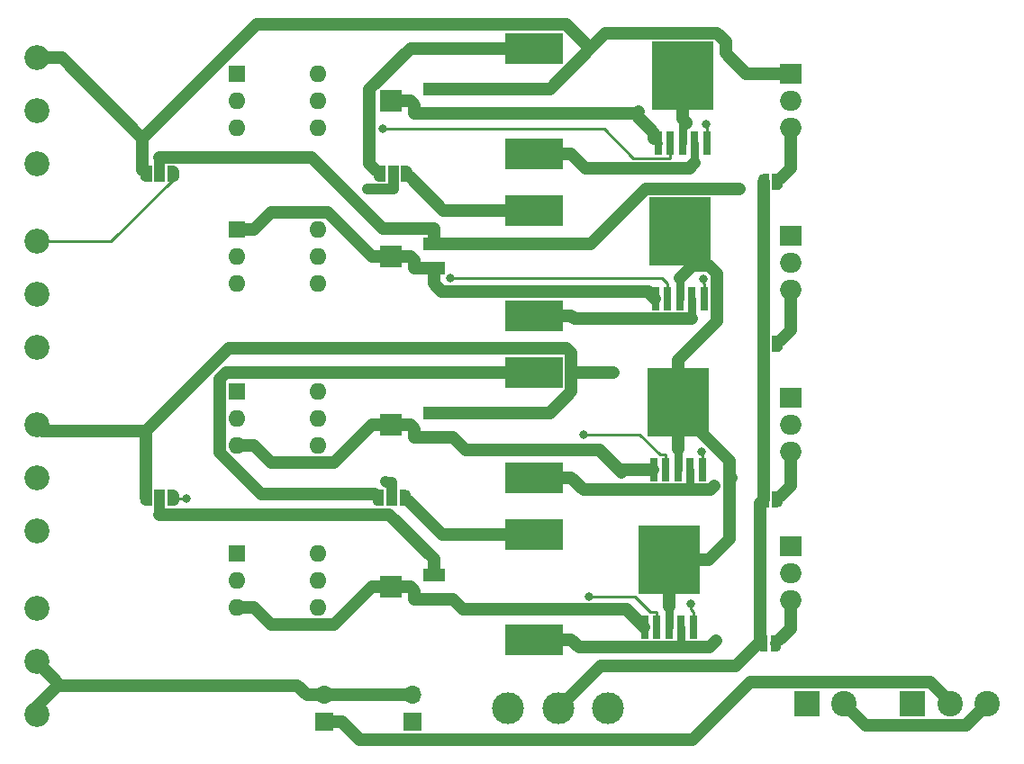
<source format=gbr>
%TF.GenerationSoftware,KiCad,Pcbnew,5.0.0*%
%TF.CreationDate,2018-09-24T19:40:09+02:00*%
%TF.ProjectId,TestDriverV1,5465737444726976657256312E6B6963,Rev 1*%
%TF.SameCoordinates,Original*%
%TF.FileFunction,Copper,L1,Top,Signal*%
%TF.FilePolarity,Positive*%
%FSLAX46Y46*%
G04 Gerber Fmt 4.6, Leading zero omitted, Abs format (unit mm)*
G04 Created by KiCad (PCBNEW 5.0.0) date Mon Sep 24 19:40:09 2018*
%MOMM*%
%LPD*%
G01*
G04 APERTURE LIST*
%ADD10R,2.400000X2.400000*%
%ADD11C,2.400000*%
%ADD12R,1.700000X1.700000*%
%ADD13O,1.700000X1.700000*%
%ADD14C,0.500000*%
%ADD15C,0.100000*%
%ADD16R,1.000000X1.500000*%
%ADD17R,5.400000X2.900000*%
%ADD18C,2.340000*%
%ADD19R,1.998980X1.300480*%
%ADD20R,1.998980X1.998980*%
%ADD21R,1.600000X1.600000*%
%ADD22O,1.600000X1.600000*%
%ADD23C,2.997200*%
%ADD24O,2.000000X1.905000*%
%ADD25R,2.000000X1.905000*%
%ADD26R,5.800000X6.400000*%
%ADD27R,0.800000X2.200000*%
%ADD28C,1.000000*%
%ADD29C,0.800000*%
%ADD30C,1.200000*%
%ADD31C,0.799800*%
%ADD32C,0.999800*%
%ADD33C,0.250000*%
%ADD34C,1.049800*%
G04 APERTURE END LIST*
D10*
X112014000Y-163386000D03*
D11*
X115514000Y-163386000D03*
D12*
X66675000Y-165100000D03*
D13*
X66675000Y-162560000D03*
X74930000Y-162560000D03*
D12*
X74930000Y-165100000D03*
D14*
X109235000Y-114300000D03*
D15*
G36*
X109235000Y-113550602D02*
X109259534Y-113550602D01*
X109308365Y-113555412D01*
X109356490Y-113564984D01*
X109403445Y-113579228D01*
X109448778Y-113598005D01*
X109492051Y-113621136D01*
X109532850Y-113648396D01*
X109570779Y-113679524D01*
X109605476Y-113714221D01*
X109636604Y-113752150D01*
X109663864Y-113792949D01*
X109686995Y-113836222D01*
X109705772Y-113881555D01*
X109720016Y-113928510D01*
X109729588Y-113976635D01*
X109734398Y-114025466D01*
X109734398Y-114050000D01*
X109735000Y-114050000D01*
X109735000Y-114550000D01*
X109734398Y-114550000D01*
X109734398Y-114574534D01*
X109729588Y-114623365D01*
X109720016Y-114671490D01*
X109705772Y-114718445D01*
X109686995Y-114763778D01*
X109663864Y-114807051D01*
X109636604Y-114847850D01*
X109605476Y-114885779D01*
X109570779Y-114920476D01*
X109532850Y-114951604D01*
X109492051Y-114978864D01*
X109448778Y-115001995D01*
X109403445Y-115020772D01*
X109356490Y-115035016D01*
X109308365Y-115044588D01*
X109259534Y-115049398D01*
X109235000Y-115049398D01*
X109235000Y-115050000D01*
X108735000Y-115050000D01*
X108735000Y-113550000D01*
X109235000Y-113550000D01*
X109235000Y-113550602D01*
X109235000Y-113550602D01*
G37*
D14*
X107935000Y-114300000D03*
D15*
G36*
X108435000Y-115050000D02*
X107935000Y-115050000D01*
X107935000Y-115049398D01*
X107910466Y-115049398D01*
X107861635Y-115044588D01*
X107813510Y-115035016D01*
X107766555Y-115020772D01*
X107721222Y-115001995D01*
X107677949Y-114978864D01*
X107637150Y-114951604D01*
X107599221Y-114920476D01*
X107564524Y-114885779D01*
X107533396Y-114847850D01*
X107506136Y-114807051D01*
X107483005Y-114763778D01*
X107464228Y-114718445D01*
X107449984Y-114671490D01*
X107440412Y-114623365D01*
X107435602Y-114574534D01*
X107435602Y-114550000D01*
X107435000Y-114550000D01*
X107435000Y-114050000D01*
X107435602Y-114050000D01*
X107435602Y-114025466D01*
X107440412Y-113976635D01*
X107449984Y-113928510D01*
X107464228Y-113881555D01*
X107483005Y-113836222D01*
X107506136Y-113792949D01*
X107533396Y-113752150D01*
X107564524Y-113714221D01*
X107599221Y-113679524D01*
X107637150Y-113648396D01*
X107677949Y-113621136D01*
X107721222Y-113598005D01*
X107766555Y-113579228D01*
X107813510Y-113564984D01*
X107861635Y-113555412D01*
X107910466Y-113550602D01*
X107935000Y-113550602D01*
X107935000Y-113550000D01*
X108435000Y-113550000D01*
X108435000Y-115050000D01*
X108435000Y-115050000D01*
G37*
D14*
X107935000Y-129540000D03*
D15*
G36*
X108435000Y-130290000D02*
X107935000Y-130290000D01*
X107935000Y-130289398D01*
X107910466Y-130289398D01*
X107861635Y-130284588D01*
X107813510Y-130275016D01*
X107766555Y-130260772D01*
X107721222Y-130241995D01*
X107677949Y-130218864D01*
X107637150Y-130191604D01*
X107599221Y-130160476D01*
X107564524Y-130125779D01*
X107533396Y-130087850D01*
X107506136Y-130047051D01*
X107483005Y-130003778D01*
X107464228Y-129958445D01*
X107449984Y-129911490D01*
X107440412Y-129863365D01*
X107435602Y-129814534D01*
X107435602Y-129790000D01*
X107435000Y-129790000D01*
X107435000Y-129290000D01*
X107435602Y-129290000D01*
X107435602Y-129265466D01*
X107440412Y-129216635D01*
X107449984Y-129168510D01*
X107464228Y-129121555D01*
X107483005Y-129076222D01*
X107506136Y-129032949D01*
X107533396Y-128992150D01*
X107564524Y-128954221D01*
X107599221Y-128919524D01*
X107637150Y-128888396D01*
X107677949Y-128861136D01*
X107721222Y-128838005D01*
X107766555Y-128819228D01*
X107813510Y-128804984D01*
X107861635Y-128795412D01*
X107910466Y-128790602D01*
X107935000Y-128790602D01*
X107935000Y-128790000D01*
X108435000Y-128790000D01*
X108435000Y-130290000D01*
X108435000Y-130290000D01*
G37*
D14*
X109235000Y-129540000D03*
D15*
G36*
X109235000Y-128790602D02*
X109259534Y-128790602D01*
X109308365Y-128795412D01*
X109356490Y-128804984D01*
X109403445Y-128819228D01*
X109448778Y-128838005D01*
X109492051Y-128861136D01*
X109532850Y-128888396D01*
X109570779Y-128919524D01*
X109605476Y-128954221D01*
X109636604Y-128992150D01*
X109663864Y-129032949D01*
X109686995Y-129076222D01*
X109705772Y-129121555D01*
X109720016Y-129168510D01*
X109729588Y-129216635D01*
X109734398Y-129265466D01*
X109734398Y-129290000D01*
X109735000Y-129290000D01*
X109735000Y-129790000D01*
X109734398Y-129790000D01*
X109734398Y-129814534D01*
X109729588Y-129863365D01*
X109720016Y-129911490D01*
X109705772Y-129958445D01*
X109686995Y-130003778D01*
X109663864Y-130047051D01*
X109636604Y-130087850D01*
X109605476Y-130125779D01*
X109570779Y-130160476D01*
X109532850Y-130191604D01*
X109492051Y-130218864D01*
X109448778Y-130241995D01*
X109403445Y-130260772D01*
X109356490Y-130275016D01*
X109308365Y-130284588D01*
X109259534Y-130289398D01*
X109235000Y-130289398D01*
X109235000Y-130290000D01*
X108735000Y-130290000D01*
X108735000Y-128790000D01*
X109235000Y-128790000D01*
X109235000Y-128790602D01*
X109235000Y-128790602D01*
G37*
D14*
X107935000Y-144145000D03*
D15*
G36*
X108435000Y-144895000D02*
X107935000Y-144895000D01*
X107935000Y-144894398D01*
X107910466Y-144894398D01*
X107861635Y-144889588D01*
X107813510Y-144880016D01*
X107766555Y-144865772D01*
X107721222Y-144846995D01*
X107677949Y-144823864D01*
X107637150Y-144796604D01*
X107599221Y-144765476D01*
X107564524Y-144730779D01*
X107533396Y-144692850D01*
X107506136Y-144652051D01*
X107483005Y-144608778D01*
X107464228Y-144563445D01*
X107449984Y-144516490D01*
X107440412Y-144468365D01*
X107435602Y-144419534D01*
X107435602Y-144395000D01*
X107435000Y-144395000D01*
X107435000Y-143895000D01*
X107435602Y-143895000D01*
X107435602Y-143870466D01*
X107440412Y-143821635D01*
X107449984Y-143773510D01*
X107464228Y-143726555D01*
X107483005Y-143681222D01*
X107506136Y-143637949D01*
X107533396Y-143597150D01*
X107564524Y-143559221D01*
X107599221Y-143524524D01*
X107637150Y-143493396D01*
X107677949Y-143466136D01*
X107721222Y-143443005D01*
X107766555Y-143424228D01*
X107813510Y-143409984D01*
X107861635Y-143400412D01*
X107910466Y-143395602D01*
X107935000Y-143395602D01*
X107935000Y-143395000D01*
X108435000Y-143395000D01*
X108435000Y-144895000D01*
X108435000Y-144895000D01*
G37*
D14*
X109235000Y-144145000D03*
D15*
G36*
X109235000Y-143395602D02*
X109259534Y-143395602D01*
X109308365Y-143400412D01*
X109356490Y-143409984D01*
X109403445Y-143424228D01*
X109448778Y-143443005D01*
X109492051Y-143466136D01*
X109532850Y-143493396D01*
X109570779Y-143524524D01*
X109605476Y-143559221D01*
X109636604Y-143597150D01*
X109663864Y-143637949D01*
X109686995Y-143681222D01*
X109705772Y-143726555D01*
X109720016Y-143773510D01*
X109729588Y-143821635D01*
X109734398Y-143870466D01*
X109734398Y-143895000D01*
X109735000Y-143895000D01*
X109735000Y-144395000D01*
X109734398Y-144395000D01*
X109734398Y-144419534D01*
X109729588Y-144468365D01*
X109720016Y-144516490D01*
X109705772Y-144563445D01*
X109686995Y-144608778D01*
X109663864Y-144652051D01*
X109636604Y-144692850D01*
X109605476Y-144730779D01*
X109570779Y-144765476D01*
X109532850Y-144796604D01*
X109492051Y-144823864D01*
X109448778Y-144846995D01*
X109403445Y-144865772D01*
X109356490Y-144880016D01*
X109308365Y-144889588D01*
X109259534Y-144894398D01*
X109235000Y-144894398D01*
X109235000Y-144895000D01*
X108735000Y-144895000D01*
X108735000Y-143395000D01*
X109235000Y-143395000D01*
X109235000Y-143395602D01*
X109235000Y-143395602D01*
G37*
D14*
X109093000Y-157734000D03*
D15*
G36*
X109093000Y-156984602D02*
X109117534Y-156984602D01*
X109166365Y-156989412D01*
X109214490Y-156998984D01*
X109261445Y-157013228D01*
X109306778Y-157032005D01*
X109350051Y-157055136D01*
X109390850Y-157082396D01*
X109428779Y-157113524D01*
X109463476Y-157148221D01*
X109494604Y-157186150D01*
X109521864Y-157226949D01*
X109544995Y-157270222D01*
X109563772Y-157315555D01*
X109578016Y-157362510D01*
X109587588Y-157410635D01*
X109592398Y-157459466D01*
X109592398Y-157484000D01*
X109593000Y-157484000D01*
X109593000Y-157984000D01*
X109592398Y-157984000D01*
X109592398Y-158008534D01*
X109587588Y-158057365D01*
X109578016Y-158105490D01*
X109563772Y-158152445D01*
X109544995Y-158197778D01*
X109521864Y-158241051D01*
X109494604Y-158281850D01*
X109463476Y-158319779D01*
X109428779Y-158354476D01*
X109390850Y-158385604D01*
X109350051Y-158412864D01*
X109306778Y-158435995D01*
X109261445Y-158454772D01*
X109214490Y-158469016D01*
X109166365Y-158478588D01*
X109117534Y-158483398D01*
X109093000Y-158483398D01*
X109093000Y-158484000D01*
X108593000Y-158484000D01*
X108593000Y-156984000D01*
X109093000Y-156984000D01*
X109093000Y-156984602D01*
X109093000Y-156984602D01*
G37*
D14*
X107793000Y-157734000D03*
D15*
G36*
X108293000Y-158484000D02*
X107793000Y-158484000D01*
X107793000Y-158483398D01*
X107768466Y-158483398D01*
X107719635Y-158478588D01*
X107671510Y-158469016D01*
X107624555Y-158454772D01*
X107579222Y-158435995D01*
X107535949Y-158412864D01*
X107495150Y-158385604D01*
X107457221Y-158354476D01*
X107422524Y-158319779D01*
X107391396Y-158281850D01*
X107364136Y-158241051D01*
X107341005Y-158197778D01*
X107322228Y-158152445D01*
X107307984Y-158105490D01*
X107298412Y-158057365D01*
X107293602Y-158008534D01*
X107293602Y-157984000D01*
X107293000Y-157984000D01*
X107293000Y-157484000D01*
X107293602Y-157484000D01*
X107293602Y-157459466D01*
X107298412Y-157410635D01*
X107307984Y-157362510D01*
X107322228Y-157315555D01*
X107341005Y-157270222D01*
X107364136Y-157226949D01*
X107391396Y-157186150D01*
X107422524Y-157148221D01*
X107457221Y-157113524D01*
X107495150Y-157082396D01*
X107535949Y-157055136D01*
X107579222Y-157032005D01*
X107624555Y-157013228D01*
X107671510Y-156998984D01*
X107719635Y-156989412D01*
X107768466Y-156984602D01*
X107793000Y-156984602D01*
X107793000Y-156984000D01*
X108293000Y-156984000D01*
X108293000Y-158484000D01*
X108293000Y-158484000D01*
G37*
D16*
X51181000Y-113538000D03*
D14*
X52481000Y-113538000D03*
D15*
G36*
X52481000Y-112788602D02*
X52505534Y-112788602D01*
X52554365Y-112793412D01*
X52602490Y-112802984D01*
X52649445Y-112817228D01*
X52694778Y-112836005D01*
X52738051Y-112859136D01*
X52778850Y-112886396D01*
X52816779Y-112917524D01*
X52851476Y-112952221D01*
X52882604Y-112990150D01*
X52909864Y-113030949D01*
X52932995Y-113074222D01*
X52951772Y-113119555D01*
X52966016Y-113166510D01*
X52975588Y-113214635D01*
X52980398Y-113263466D01*
X52980398Y-113288000D01*
X52981000Y-113288000D01*
X52981000Y-113788000D01*
X52980398Y-113788000D01*
X52980398Y-113812534D01*
X52975588Y-113861365D01*
X52966016Y-113909490D01*
X52951772Y-113956445D01*
X52932995Y-114001778D01*
X52909864Y-114045051D01*
X52882604Y-114085850D01*
X52851476Y-114123779D01*
X52816779Y-114158476D01*
X52778850Y-114189604D01*
X52738051Y-114216864D01*
X52694778Y-114239995D01*
X52649445Y-114258772D01*
X52602490Y-114273016D01*
X52554365Y-114282588D01*
X52505534Y-114287398D01*
X52481000Y-114287398D01*
X52481000Y-114288000D01*
X51931000Y-114288000D01*
X51931000Y-112788000D01*
X52481000Y-112788000D01*
X52481000Y-112788602D01*
X52481000Y-112788602D01*
G37*
D14*
X49881000Y-113538000D03*
D15*
G36*
X50431000Y-114288000D02*
X49881000Y-114288000D01*
X49881000Y-114287398D01*
X49856466Y-114287398D01*
X49807635Y-114282588D01*
X49759510Y-114273016D01*
X49712555Y-114258772D01*
X49667222Y-114239995D01*
X49623949Y-114216864D01*
X49583150Y-114189604D01*
X49545221Y-114158476D01*
X49510524Y-114123779D01*
X49479396Y-114085850D01*
X49452136Y-114045051D01*
X49429005Y-114001778D01*
X49410228Y-113956445D01*
X49395984Y-113909490D01*
X49386412Y-113861365D01*
X49381602Y-113812534D01*
X49381602Y-113788000D01*
X49381000Y-113788000D01*
X49381000Y-113288000D01*
X49381602Y-113288000D01*
X49381602Y-113263466D01*
X49386412Y-113214635D01*
X49395984Y-113166510D01*
X49410228Y-113119555D01*
X49429005Y-113074222D01*
X49452136Y-113030949D01*
X49479396Y-112990150D01*
X49510524Y-112952221D01*
X49545221Y-112917524D01*
X49583150Y-112886396D01*
X49623949Y-112859136D01*
X49667222Y-112836005D01*
X49712555Y-112817228D01*
X49759510Y-112802984D01*
X49807635Y-112793412D01*
X49856466Y-112788602D01*
X49881000Y-112788602D01*
X49881000Y-112788000D01*
X50431000Y-112788000D01*
X50431000Y-114288000D01*
X50431000Y-114288000D01*
G37*
D14*
X49881000Y-144018000D03*
D15*
G36*
X50431000Y-144768000D02*
X49881000Y-144768000D01*
X49881000Y-144767398D01*
X49856466Y-144767398D01*
X49807635Y-144762588D01*
X49759510Y-144753016D01*
X49712555Y-144738772D01*
X49667222Y-144719995D01*
X49623949Y-144696864D01*
X49583150Y-144669604D01*
X49545221Y-144638476D01*
X49510524Y-144603779D01*
X49479396Y-144565850D01*
X49452136Y-144525051D01*
X49429005Y-144481778D01*
X49410228Y-144436445D01*
X49395984Y-144389490D01*
X49386412Y-144341365D01*
X49381602Y-144292534D01*
X49381602Y-144268000D01*
X49381000Y-144268000D01*
X49381000Y-143768000D01*
X49381602Y-143768000D01*
X49381602Y-143743466D01*
X49386412Y-143694635D01*
X49395984Y-143646510D01*
X49410228Y-143599555D01*
X49429005Y-143554222D01*
X49452136Y-143510949D01*
X49479396Y-143470150D01*
X49510524Y-143432221D01*
X49545221Y-143397524D01*
X49583150Y-143366396D01*
X49623949Y-143339136D01*
X49667222Y-143316005D01*
X49712555Y-143297228D01*
X49759510Y-143282984D01*
X49807635Y-143273412D01*
X49856466Y-143268602D01*
X49881000Y-143268602D01*
X49881000Y-143268000D01*
X50431000Y-143268000D01*
X50431000Y-144768000D01*
X50431000Y-144768000D01*
G37*
D14*
X52481000Y-144018000D03*
D15*
G36*
X52481000Y-143268602D02*
X52505534Y-143268602D01*
X52554365Y-143273412D01*
X52602490Y-143282984D01*
X52649445Y-143297228D01*
X52694778Y-143316005D01*
X52738051Y-143339136D01*
X52778850Y-143366396D01*
X52816779Y-143397524D01*
X52851476Y-143432221D01*
X52882604Y-143470150D01*
X52909864Y-143510949D01*
X52932995Y-143554222D01*
X52951772Y-143599555D01*
X52966016Y-143646510D01*
X52975588Y-143694635D01*
X52980398Y-143743466D01*
X52980398Y-143768000D01*
X52981000Y-143768000D01*
X52981000Y-144268000D01*
X52980398Y-144268000D01*
X52980398Y-144292534D01*
X52975588Y-144341365D01*
X52966016Y-144389490D01*
X52951772Y-144436445D01*
X52932995Y-144481778D01*
X52909864Y-144525051D01*
X52882604Y-144565850D01*
X52851476Y-144603779D01*
X52816779Y-144638476D01*
X52778850Y-144669604D01*
X52738051Y-144696864D01*
X52694778Y-144719995D01*
X52649445Y-144738772D01*
X52602490Y-144753016D01*
X52554365Y-144762588D01*
X52505534Y-144767398D01*
X52481000Y-144767398D01*
X52481000Y-144768000D01*
X51931000Y-144768000D01*
X51931000Y-143268000D01*
X52481000Y-143268000D01*
X52481000Y-143268602D01*
X52481000Y-143268602D01*
G37*
D16*
X51181000Y-144018000D03*
D14*
X71822000Y-113538000D03*
D15*
G36*
X72372000Y-114288000D02*
X71822000Y-114288000D01*
X71822000Y-114287398D01*
X71797466Y-114287398D01*
X71748635Y-114282588D01*
X71700510Y-114273016D01*
X71653555Y-114258772D01*
X71608222Y-114239995D01*
X71564949Y-114216864D01*
X71524150Y-114189604D01*
X71486221Y-114158476D01*
X71451524Y-114123779D01*
X71420396Y-114085850D01*
X71393136Y-114045051D01*
X71370005Y-114001778D01*
X71351228Y-113956445D01*
X71336984Y-113909490D01*
X71327412Y-113861365D01*
X71322602Y-113812534D01*
X71322602Y-113788000D01*
X71322000Y-113788000D01*
X71322000Y-113288000D01*
X71322602Y-113288000D01*
X71322602Y-113263466D01*
X71327412Y-113214635D01*
X71336984Y-113166510D01*
X71351228Y-113119555D01*
X71370005Y-113074222D01*
X71393136Y-113030949D01*
X71420396Y-112990150D01*
X71451524Y-112952221D01*
X71486221Y-112917524D01*
X71524150Y-112886396D01*
X71564949Y-112859136D01*
X71608222Y-112836005D01*
X71653555Y-112817228D01*
X71700510Y-112802984D01*
X71748635Y-112793412D01*
X71797466Y-112788602D01*
X71822000Y-112788602D01*
X71822000Y-112788000D01*
X72372000Y-112788000D01*
X72372000Y-114288000D01*
X72372000Y-114288000D01*
G37*
D14*
X74422000Y-113538000D03*
D15*
G36*
X74422000Y-112788602D02*
X74446534Y-112788602D01*
X74495365Y-112793412D01*
X74543490Y-112802984D01*
X74590445Y-112817228D01*
X74635778Y-112836005D01*
X74679051Y-112859136D01*
X74719850Y-112886396D01*
X74757779Y-112917524D01*
X74792476Y-112952221D01*
X74823604Y-112990150D01*
X74850864Y-113030949D01*
X74873995Y-113074222D01*
X74892772Y-113119555D01*
X74907016Y-113166510D01*
X74916588Y-113214635D01*
X74921398Y-113263466D01*
X74921398Y-113288000D01*
X74922000Y-113288000D01*
X74922000Y-113788000D01*
X74921398Y-113788000D01*
X74921398Y-113812534D01*
X74916588Y-113861365D01*
X74907016Y-113909490D01*
X74892772Y-113956445D01*
X74873995Y-114001778D01*
X74850864Y-114045051D01*
X74823604Y-114085850D01*
X74792476Y-114123779D01*
X74757779Y-114158476D01*
X74719850Y-114189604D01*
X74679051Y-114216864D01*
X74635778Y-114239995D01*
X74590445Y-114258772D01*
X74543490Y-114273016D01*
X74495365Y-114282588D01*
X74446534Y-114287398D01*
X74422000Y-114287398D01*
X74422000Y-114288000D01*
X73872000Y-114288000D01*
X73872000Y-112788000D01*
X74422000Y-112788000D01*
X74422000Y-112788602D01*
X74422000Y-112788602D01*
G37*
D16*
X73122000Y-113538000D03*
X72995000Y-144018000D03*
D14*
X74295000Y-144018000D03*
D15*
G36*
X74295000Y-143268602D02*
X74319534Y-143268602D01*
X74368365Y-143273412D01*
X74416490Y-143282984D01*
X74463445Y-143297228D01*
X74508778Y-143316005D01*
X74552051Y-143339136D01*
X74592850Y-143366396D01*
X74630779Y-143397524D01*
X74665476Y-143432221D01*
X74696604Y-143470150D01*
X74723864Y-143510949D01*
X74746995Y-143554222D01*
X74765772Y-143599555D01*
X74780016Y-143646510D01*
X74789588Y-143694635D01*
X74794398Y-143743466D01*
X74794398Y-143768000D01*
X74795000Y-143768000D01*
X74795000Y-144268000D01*
X74794398Y-144268000D01*
X74794398Y-144292534D01*
X74789588Y-144341365D01*
X74780016Y-144389490D01*
X74765772Y-144436445D01*
X74746995Y-144481778D01*
X74723864Y-144525051D01*
X74696604Y-144565850D01*
X74665476Y-144603779D01*
X74630779Y-144638476D01*
X74592850Y-144669604D01*
X74552051Y-144696864D01*
X74508778Y-144719995D01*
X74463445Y-144738772D01*
X74416490Y-144753016D01*
X74368365Y-144762588D01*
X74319534Y-144767398D01*
X74295000Y-144767398D01*
X74295000Y-144768000D01*
X73745000Y-144768000D01*
X73745000Y-143268000D01*
X74295000Y-143268000D01*
X74295000Y-143268602D01*
X74295000Y-143268602D01*
G37*
D14*
X71695000Y-144018000D03*
D15*
G36*
X72245000Y-144768000D02*
X71695000Y-144768000D01*
X71695000Y-144767398D01*
X71670466Y-144767398D01*
X71621635Y-144762588D01*
X71573510Y-144753016D01*
X71526555Y-144738772D01*
X71481222Y-144719995D01*
X71437949Y-144696864D01*
X71397150Y-144669604D01*
X71359221Y-144638476D01*
X71324524Y-144603779D01*
X71293396Y-144565850D01*
X71266136Y-144525051D01*
X71243005Y-144481778D01*
X71224228Y-144436445D01*
X71209984Y-144389490D01*
X71200412Y-144341365D01*
X71195602Y-144292534D01*
X71195602Y-144268000D01*
X71195000Y-144268000D01*
X71195000Y-143768000D01*
X71195602Y-143768000D01*
X71195602Y-143743466D01*
X71200412Y-143694635D01*
X71209984Y-143646510D01*
X71224228Y-143599555D01*
X71243005Y-143554222D01*
X71266136Y-143510949D01*
X71293396Y-143470150D01*
X71324524Y-143432221D01*
X71359221Y-143397524D01*
X71397150Y-143366396D01*
X71437949Y-143339136D01*
X71481222Y-143316005D01*
X71526555Y-143297228D01*
X71573510Y-143282984D01*
X71621635Y-143273412D01*
X71670466Y-143268602D01*
X71695000Y-143268602D01*
X71695000Y-143268000D01*
X72245000Y-143268000D01*
X72245000Y-144768000D01*
X72245000Y-144768000D01*
G37*
D17*
X86360000Y-101730000D03*
X86360000Y-111630000D03*
X86360000Y-126870000D03*
X86360000Y-116970000D03*
X86360000Y-132210000D03*
X86360000Y-142110000D03*
X86360000Y-157350000D03*
X86360000Y-147450000D03*
D18*
X39624000Y-129888000D03*
X39624000Y-124888000D03*
X39624000Y-119888000D03*
X39624000Y-154432000D03*
X39624000Y-159432000D03*
X39624000Y-164432000D03*
D19*
X76928980Y-105529380D03*
D20*
X72931020Y-106680000D03*
D19*
X76928980Y-107830620D03*
D18*
X39624000Y-102616000D03*
X39624000Y-107616000D03*
X39624000Y-112616000D03*
D19*
X76928980Y-122435620D03*
D20*
X72931020Y-121285000D03*
D19*
X76928980Y-120134380D03*
X76928980Y-138310620D03*
D20*
X72931020Y-137160000D03*
D19*
X76928980Y-136009380D03*
D18*
X39624000Y-147160000D03*
X39624000Y-142160000D03*
X39624000Y-137160000D03*
D19*
X76928980Y-151249380D03*
D20*
X72931020Y-152400000D03*
D19*
X76928980Y-153550620D03*
D21*
X58420000Y-104140000D03*
D22*
X66040000Y-109220000D03*
X58420000Y-106680000D03*
X66040000Y-106680000D03*
X58420000Y-109220000D03*
X66040000Y-104140000D03*
D21*
X58420000Y-118745000D03*
D22*
X66040000Y-123825000D03*
X58420000Y-121285000D03*
X66040000Y-121285000D03*
X58420000Y-123825000D03*
X66040000Y-118745000D03*
X66040000Y-133985000D03*
X58420000Y-139065000D03*
X66040000Y-136525000D03*
X58420000Y-136525000D03*
X66040000Y-139065000D03*
D21*
X58420000Y-133985000D03*
D22*
X66040000Y-149225000D03*
X58420000Y-154305000D03*
X66040000Y-151765000D03*
X58420000Y-151765000D03*
X66040000Y-154305000D03*
D21*
X58420000Y-149225000D03*
D23*
X93345000Y-163830000D03*
X88646000Y-163830000D03*
X83947000Y-163830000D03*
D24*
X110490000Y-109220000D03*
X110490000Y-106680000D03*
D25*
X110490000Y-104140000D03*
X110490000Y-119380000D03*
D24*
X110490000Y-121920000D03*
X110490000Y-124460000D03*
X110490000Y-139700000D03*
X110490000Y-137160000D03*
D25*
X110490000Y-134620000D03*
X110490000Y-148590000D03*
D24*
X110490000Y-151130000D03*
X110490000Y-153670000D03*
D26*
X100330000Y-104325000D03*
D27*
X102610000Y-110625000D03*
X101470000Y-110625000D03*
X100330000Y-110625000D03*
X99190000Y-110625000D03*
X98050000Y-110625000D03*
D26*
X100075000Y-118975000D03*
D27*
X102355000Y-125275000D03*
X101215000Y-125275000D03*
X100075000Y-125275000D03*
X98935000Y-125275000D03*
X97795000Y-125275000D03*
X97610000Y-141360000D03*
X98750000Y-141360000D03*
X99890000Y-141360000D03*
X101030000Y-141360000D03*
X102170000Y-141360000D03*
D26*
X99890000Y-135060000D03*
D27*
X96780000Y-156160000D03*
X97920000Y-156160000D03*
X99060000Y-156160000D03*
X100200000Y-156160000D03*
X101340000Y-156160000D03*
D26*
X99060000Y-149860000D03*
D10*
X121968000Y-163386000D03*
D11*
X125468000Y-163386000D03*
X128968000Y-163386000D03*
D28*
X100710500Y-108744700D03*
X104905300Y-142103600D03*
X96204200Y-107662600D03*
X94615000Y-141600900D03*
D29*
X102552900Y-108889200D03*
X102315400Y-123413400D03*
X102136100Y-139657900D03*
X101074600Y-153958600D03*
D28*
X101132100Y-112868700D03*
X101181900Y-127175400D03*
X103317800Y-142875300D03*
X103505000Y-157434700D03*
X70683000Y-114988200D03*
X72428200Y-142502400D03*
X105633800Y-114974600D03*
X93804000Y-132202700D03*
D29*
X53650300Y-144115000D03*
D28*
X76929000Y-149854700D03*
D29*
X72128200Y-109319300D03*
X78529000Y-123342800D03*
X91058300Y-138057800D03*
X91558500Y-153289000D03*
D30*
X100330000Y-104325000D02*
X100330000Y-108325300D01*
X100710500Y-108744700D02*
X100710500Y-108705800D01*
X100710500Y-108705800D02*
X100330000Y-108325300D01*
D31*
X100330000Y-110625000D02*
X100330000Y-108924800D01*
X100330000Y-108924800D02*
X100530400Y-108924800D01*
X100530400Y-108924800D02*
X100710500Y-108744700D01*
D30*
X101291500Y-122158000D02*
X101291500Y-120191500D01*
X101291500Y-120191500D02*
X100075000Y-118975000D01*
X101291500Y-122158000D02*
X100075000Y-123374500D01*
X99890000Y-131059700D02*
X103559100Y-127390600D01*
X103559100Y-127390600D02*
X103559100Y-122915100D01*
X103559100Y-122915100D02*
X102802000Y-122158000D01*
X102802000Y-122158000D02*
X101291500Y-122158000D01*
D31*
X100075000Y-123374500D02*
X100075000Y-125275000D01*
D30*
X99890000Y-135060000D02*
X99890000Y-131059700D01*
X99890000Y-135125800D02*
X99890000Y-135060000D01*
X99890000Y-135125800D02*
X99890000Y-136183000D01*
X104719700Y-142103600D02*
X104905300Y-142103600D01*
X104719700Y-142103600D02*
X104719700Y-140520600D01*
X104719700Y-140520600D02*
X100382100Y-136183000D01*
X100382100Y-136183000D02*
X99890000Y-136183000D01*
X102760300Y-149860000D02*
X104719700Y-147900600D01*
X104719700Y-147900600D02*
X104719700Y-142103600D01*
X74930000Y-162560000D02*
X66675000Y-162560000D01*
X99060000Y-149860000D02*
X102760300Y-149860000D01*
X99060000Y-149860000D02*
X99060000Y-154259500D01*
X99890000Y-136183000D02*
X99890000Y-139060300D01*
X99890000Y-139459500D02*
X99890000Y-139060300D01*
D31*
X99060000Y-154259500D02*
X99060000Y-156160000D01*
D30*
X41607200Y-161663700D02*
X39624000Y-163646900D01*
X39624000Y-163646900D02*
X39624000Y-164432000D01*
X39624000Y-159432000D02*
X41607200Y-161415200D01*
X41607200Y-161415200D02*
X41607200Y-161663700D01*
X41607200Y-161663700D02*
X64128400Y-161663700D01*
X64128400Y-161663700D02*
X65024700Y-162560000D01*
X128968000Y-163386000D02*
X126967600Y-165386400D01*
X126967600Y-165386400D02*
X117514400Y-165386400D01*
X117514400Y-165386400D02*
X115514000Y-163386000D01*
D31*
X99890000Y-139459500D02*
X99890000Y-141360000D01*
D30*
X66675000Y-162560000D02*
X65024700Y-162560000D01*
D32*
X109566800Y-113968200D02*
X109235000Y-114300000D01*
D30*
X110490000Y-109220000D02*
X110490000Y-113045000D01*
X110490000Y-113045000D02*
X109566800Y-113968200D01*
D32*
X109566800Y-129208200D02*
X109235000Y-129540000D01*
D30*
X110490000Y-124460000D02*
X110490000Y-128285000D01*
X110490000Y-128285000D02*
X109566800Y-129208200D01*
D32*
X109566800Y-143813200D02*
X109235000Y-144145000D01*
D30*
X110490000Y-139700000D02*
X110490000Y-142890000D01*
X110490000Y-142890000D02*
X109566800Y-143813200D01*
D32*
X109424800Y-157402200D02*
X109093000Y-157734000D01*
D30*
X110490000Y-153670000D02*
X110490000Y-156337000D01*
X110490000Y-156337000D02*
X109424800Y-157402200D01*
X95917400Y-107949400D02*
X95798600Y-107830600D01*
X95798600Y-107830600D02*
X78728800Y-107830600D01*
X97658200Y-110233200D02*
X97658200Y-109690200D01*
X97658200Y-109690200D02*
X95917400Y-107949400D01*
X95917400Y-107949400D02*
X96204200Y-107662600D01*
D31*
X97658200Y-110233200D02*
X98050000Y-110625000D01*
D30*
X76929000Y-107830600D02*
X78728800Y-107830600D01*
X76029100Y-107830600D02*
X76929000Y-107830600D01*
X76029100Y-107830600D02*
X75129200Y-107830600D01*
X72931000Y-106680000D02*
X74730800Y-106680000D01*
X75129200Y-107830600D02*
X75129200Y-107078400D01*
X75129200Y-107078400D02*
X74730800Y-106680000D01*
X58420000Y-118745000D02*
X60020300Y-118745000D01*
X72931000Y-121285000D02*
X71131200Y-121285000D01*
X71131200Y-121285000D02*
X66990900Y-117144700D01*
X66990900Y-117144700D02*
X61620600Y-117144700D01*
X61620600Y-117144700D02*
X60020300Y-118745000D01*
X73830900Y-121285000D02*
X72931000Y-121285000D01*
X73830900Y-121285000D02*
X74730800Y-121285000D01*
X76929000Y-122435600D02*
X76929000Y-123886100D01*
X97734600Y-125275000D02*
X97079200Y-124619600D01*
X97079200Y-124619600D02*
X77662500Y-124619600D01*
X77662500Y-124619600D02*
X76929000Y-123886100D01*
D31*
X97734600Y-125275000D02*
X97795000Y-125275000D01*
D30*
X76929000Y-122435600D02*
X75129200Y-122435600D01*
X74730800Y-121285000D02*
X75129200Y-121683400D01*
X75129200Y-121683400D02*
X75129200Y-122435600D01*
X74730800Y-137160000D02*
X75129200Y-137558400D01*
X75129200Y-137558400D02*
X75129200Y-138310600D01*
X78728800Y-138310600D02*
X79928900Y-139510700D01*
X79928900Y-139510700D02*
X92524800Y-139510700D01*
X92524800Y-139510700D02*
X94615000Y-141600900D01*
X76929000Y-138310600D02*
X75129200Y-138310600D01*
X76929000Y-138310600D02*
X78728800Y-138310600D01*
X72931000Y-137160000D02*
X71131200Y-137160000D01*
X60020300Y-139065000D02*
X61642200Y-140686900D01*
X61642200Y-140686900D02*
X67604300Y-140686900D01*
X67604300Y-140686900D02*
X71131200Y-137160000D01*
X72931000Y-137160000D02*
X74730800Y-137160000D01*
X97549500Y-141360000D02*
X94855900Y-141360000D01*
X94855900Y-141360000D02*
X94615000Y-141600900D01*
X58420000Y-139065000D02*
X60020300Y-139065000D01*
D31*
X97549500Y-141360000D02*
X97610000Y-141360000D01*
D30*
X78728800Y-153550600D02*
X79667500Y-154489300D01*
X79667500Y-154489300D02*
X95048800Y-154489300D01*
X95048800Y-154489300D02*
X96719500Y-156160000D01*
X76929000Y-153550600D02*
X78728800Y-153550600D01*
X72931000Y-152400000D02*
X71131200Y-152400000D01*
X58420000Y-154305000D02*
X60020300Y-154305000D01*
X60020300Y-154305000D02*
X61644500Y-155929200D01*
X61644500Y-155929200D02*
X67602000Y-155929200D01*
X67602000Y-155929200D02*
X71131200Y-152400000D01*
D31*
X96719500Y-156160000D02*
X96780000Y-156160000D01*
D30*
X76929000Y-153550600D02*
X75129200Y-153550600D01*
X72931000Y-152400000D02*
X74730800Y-152400000D01*
X75129200Y-153550600D02*
X75129200Y-152798400D01*
X75129200Y-152798400D02*
X74730800Y-152400000D01*
D33*
X102610000Y-110625000D02*
X102610000Y-109199700D01*
X102610000Y-109199700D02*
X102552900Y-109142600D01*
X102552900Y-109142600D02*
X102552900Y-108889200D01*
X102355000Y-123849700D02*
X102315400Y-123810100D01*
X102315400Y-123810100D02*
X102315400Y-123413400D01*
X102355000Y-125275000D02*
X102355000Y-123849700D01*
X102170000Y-141360000D02*
X102170000Y-139934700D01*
X102170000Y-139934700D02*
X102136100Y-139900800D01*
X102136100Y-139900800D02*
X102136100Y-139657900D01*
X101340000Y-156160000D02*
X101340000Y-154734700D01*
X101340000Y-154734700D02*
X101074600Y-154469300D01*
X101074600Y-154469300D02*
X101074600Y-153958600D01*
D30*
X101132100Y-112868700D02*
X101017400Y-112983400D01*
X101017400Y-112983400D02*
X91213700Y-112983400D01*
X91213700Y-112983400D02*
X89860300Y-111630000D01*
X101470000Y-112525400D02*
X101132100Y-112863300D01*
X101132100Y-112863300D02*
X101132100Y-112868700D01*
X86360000Y-111630000D02*
X89860300Y-111630000D01*
D31*
X101470000Y-112525400D02*
X101470000Y-110625000D01*
D30*
X101181900Y-127175400D02*
X101215000Y-127175400D01*
X89860300Y-126870000D02*
X90165700Y-127175400D01*
X90165700Y-127175400D02*
X101181900Y-127175400D01*
X86360000Y-126870000D02*
X89860300Y-126870000D01*
D31*
X101215000Y-127175400D02*
X101215000Y-125275000D01*
D30*
X101030000Y-143260400D02*
X102932700Y-143260400D01*
X102932700Y-143260400D02*
X103317800Y-142875300D01*
X89860300Y-142110000D02*
X91010700Y-143260400D01*
X91010700Y-143260400D02*
X101030000Y-143260400D01*
X86360000Y-142110000D02*
X89860300Y-142110000D01*
D31*
X101030000Y-143260400D02*
X101030000Y-141360000D01*
D30*
X89860300Y-157350000D02*
X90570700Y-158060400D01*
X90570700Y-158060400D02*
X100200000Y-158060400D01*
X100200000Y-158060400D02*
X102879300Y-158060400D01*
X102879300Y-158060400D02*
X103505000Y-157434700D01*
D31*
X100200000Y-158060400D02*
X100200000Y-156160000D01*
D30*
X86360000Y-157350000D02*
X89860300Y-157350000D01*
D32*
X73122000Y-114988200D02*
X70683000Y-114988200D01*
X73122000Y-113538000D02*
X73122000Y-114988200D01*
D30*
X68325300Y-165100000D02*
X69975600Y-166750300D01*
X69975600Y-166750300D02*
X101311100Y-166750300D01*
X101311100Y-166750300D02*
X106680600Y-161380800D01*
X106680600Y-161380800D02*
X123587800Y-161380800D01*
X123587800Y-161380800D02*
X125468000Y-163261000D01*
X125468000Y-163261000D02*
X125468000Y-163386000D01*
X66675000Y-165100000D02*
X68325300Y-165100000D01*
D32*
X72995000Y-142567800D02*
X72493600Y-142567800D01*
X72493600Y-142567800D02*
X72428200Y-142502400D01*
X72995000Y-144018000D02*
X72995000Y-142567800D01*
X107934600Y-129540000D02*
X107935000Y-129540000D01*
X107929900Y-129540000D02*
X107934600Y-129540000D01*
D30*
X107934600Y-129540000D02*
X107934600Y-114300400D01*
D32*
X107934600Y-114300400D02*
X107935000Y-114300000D01*
X107603200Y-157734000D02*
X107793000Y-157734000D01*
X107461200Y-157734000D02*
X107603200Y-157734000D01*
D30*
X107603200Y-157734000D02*
X107603200Y-144476800D01*
X88646000Y-163830000D02*
X92646500Y-159829500D01*
X92646500Y-159829500D02*
X105365700Y-159829500D01*
X105365700Y-159829500D02*
X107461200Y-157734000D01*
D32*
X107929900Y-144139900D02*
X107935000Y-144145000D01*
D30*
X107929900Y-129540000D02*
X107929900Y-144139900D01*
D32*
X107603200Y-144476800D02*
X107935000Y-144145000D01*
D30*
X105633800Y-114974600D02*
X96838200Y-114974600D01*
X96838200Y-114974600D02*
X91678400Y-120134400D01*
X91678400Y-120134400D02*
X76929000Y-120134400D01*
X76929000Y-120134400D02*
X76929000Y-118683900D01*
X51181000Y-111987500D02*
X65433500Y-111987500D01*
X65433500Y-111987500D02*
X72129900Y-118683900D01*
X72129900Y-118683900D02*
X76929000Y-118683900D01*
D32*
X51181000Y-111987500D02*
X51181000Y-113538000D01*
D33*
X39624000Y-119888000D02*
X46590000Y-119888000D01*
X46590000Y-119888000D02*
X52481000Y-113997000D01*
X52481000Y-113997000D02*
X52481000Y-113538000D01*
D30*
X49549200Y-110202600D02*
X49549200Y-113206200D01*
X91657600Y-101740100D02*
X89376600Y-99459100D01*
X89376600Y-99459100D02*
X60292700Y-99459100D01*
X60292700Y-99459100D02*
X49549200Y-110202600D01*
X39624000Y-102616000D02*
X41962600Y-102616000D01*
X41962600Y-102616000D02*
X49549200Y-110202600D01*
X110490000Y-104140000D02*
X106305200Y-104140000D01*
X106305200Y-104140000D02*
X104376600Y-102211400D01*
X104376600Y-102211400D02*
X104376600Y-101105800D01*
X104376600Y-101105800D02*
X103595400Y-100324600D01*
X103595400Y-100324600D02*
X93073100Y-100324600D01*
X93073100Y-100324600D02*
X91657600Y-101740100D01*
X91657600Y-101740100D02*
X87868300Y-105529400D01*
X87868300Y-105529400D02*
X76929000Y-105529400D01*
D34*
X49549200Y-113206200D02*
X49881000Y-113538000D01*
X49880600Y-144017600D02*
X49881000Y-144018000D01*
D30*
X49880600Y-137695100D02*
X49880600Y-144017600D01*
X89865900Y-132202700D02*
X89865900Y-130394600D01*
X89865900Y-130394600D02*
X89406200Y-129934900D01*
X89406200Y-129934900D02*
X57640800Y-129934900D01*
X57640800Y-129934900D02*
X49880600Y-137695100D01*
X49880600Y-137695100D02*
X40159100Y-137695100D01*
X40159100Y-137695100D02*
X39624000Y-137160000D01*
X76929000Y-136009400D02*
X87862700Y-136009400D01*
X87862700Y-136009400D02*
X89865900Y-134006200D01*
X89865900Y-134006200D02*
X89865900Y-132202700D01*
X93804000Y-132202700D02*
X89865900Y-132202700D01*
D33*
X53650300Y-144115000D02*
X52578000Y-144115000D01*
X52578000Y-144115000D02*
X52481000Y-144018000D01*
D30*
X76929000Y-149854700D02*
X76929000Y-149798900D01*
X76929000Y-151249400D02*
X76929000Y-149854700D01*
D32*
X51181000Y-145568500D02*
X51181000Y-144018000D01*
D30*
X76929000Y-149798900D02*
X72698700Y-145568600D01*
X72698700Y-145568600D02*
X51181000Y-145568600D01*
X51181000Y-145568600D02*
X51181000Y-145568500D01*
D34*
X71490200Y-113206200D02*
X71822000Y-113538000D01*
D30*
X86360000Y-101730000D02*
X74745100Y-101730000D01*
X74745100Y-101730000D02*
X70879100Y-105596000D01*
X70879100Y-105596000D02*
X70879100Y-112595100D01*
X70879100Y-112595100D02*
X71490200Y-113206200D01*
X74753800Y-113869800D02*
X77854000Y-116970000D01*
X77854000Y-116970000D02*
X86360000Y-116970000D01*
D34*
X74753800Y-113869800D02*
X74422000Y-113538000D01*
X74626800Y-144349800D02*
X74295000Y-144018000D01*
D30*
X86360000Y-147450000D02*
X77727000Y-147450000D01*
X77727000Y-147450000D02*
X74626800Y-144349800D01*
D34*
X71363200Y-143686200D02*
X71695000Y-144018000D01*
D30*
X86360000Y-132210000D02*
X57392900Y-132210000D01*
X57392900Y-132210000D02*
X56808000Y-132794900D01*
X56808000Y-132794900D02*
X56808000Y-139739000D01*
X56808000Y-139739000D02*
X60755200Y-143686200D01*
X60755200Y-143686200D02*
X71363200Y-143686200D01*
D33*
X99190000Y-110625000D02*
X99190000Y-112050300D01*
X99190000Y-112050300D02*
X95697700Y-112050300D01*
X95697700Y-112050300D02*
X92966700Y-109319300D01*
X92966700Y-109319300D02*
X72128200Y-109319300D01*
X98935000Y-123849700D02*
X98428100Y-123342800D01*
X98428100Y-123342800D02*
X78529000Y-123342800D01*
X98935000Y-125275000D02*
X98935000Y-123849700D01*
X98750000Y-141360000D02*
X98750000Y-139934700D01*
X98750000Y-139934700D02*
X98188000Y-139934700D01*
X98188000Y-139934700D02*
X96311100Y-138057800D01*
X96311100Y-138057800D02*
X91058300Y-138057800D01*
X97920000Y-156160000D02*
X97920000Y-154734700D01*
X97920000Y-154734700D02*
X97319600Y-154734700D01*
X97319600Y-154734700D02*
X95873900Y-153289000D01*
X95873900Y-153289000D02*
X91558500Y-153289000D01*
M02*

</source>
